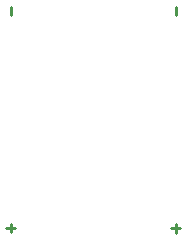
<source format=gbr>
%TF.GenerationSoftware,Altium Limited,Altium Designer,18.1.9 (240)*%
G04 Layer_Color=65535*
%FSLAX45Y45*%
%MOMM*%
%TF.FileFunction,Legend,Top*%
%TF.Part,Single*%
G01*
G75*
%TA.AperFunction,NonConductor*%
%ADD18C,0.25400*%
D18*
X400000Y652847D02*
Y727847D01*
Y690347D02*
X437500D01*
X360000D02*
X400000D01*
Y2492847D02*
Y2562847D01*
X1800000Y650000D02*
Y725000D01*
Y687500D02*
X1837500D01*
X1760000D02*
X1800000D01*
Y2490000D02*
Y2560000D01*
%TF.MD5,91d970f7d30615fb69432a4ae7f9c3a2*%
M02*

</source>
